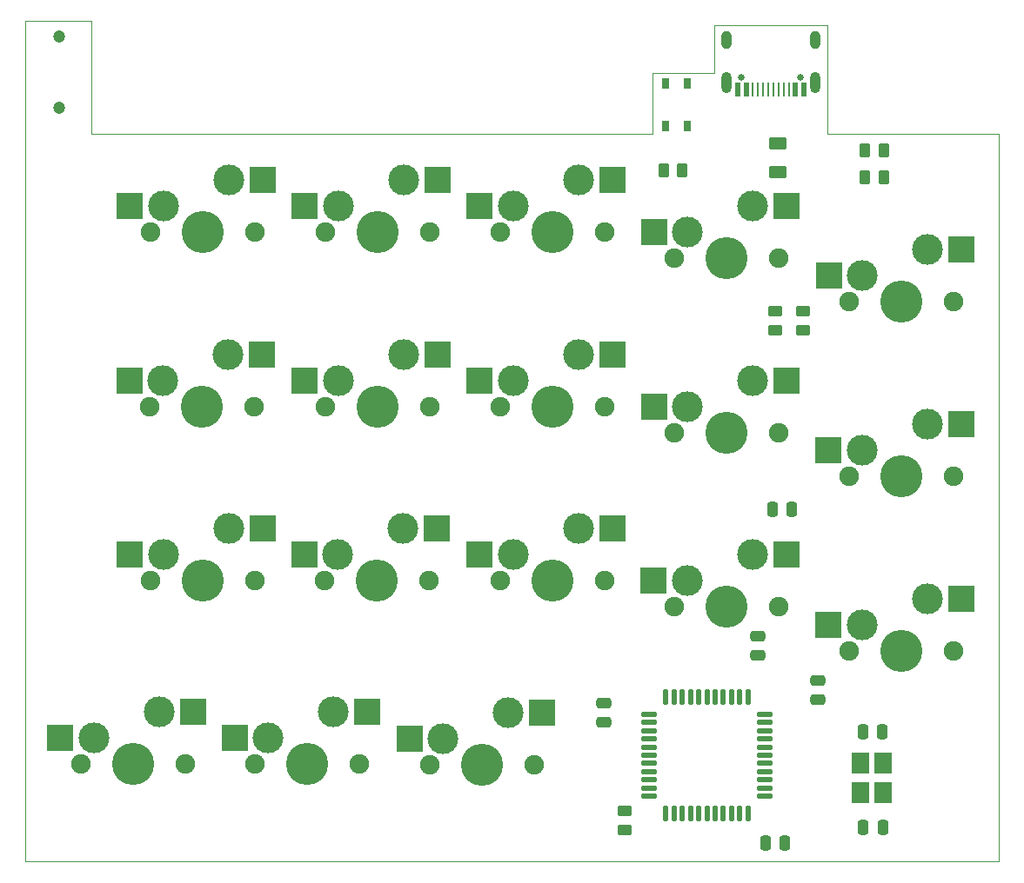
<source format=gbs>
%TF.GenerationSoftware,KiCad,Pcbnew,(6.0.9)*%
%TF.CreationDate,2023-01-09T12:39:33+09:00*%
%TF.ProjectId,split-mini__right,73706c69-742d-46d6-996e-695f5f726967,rev?*%
%TF.SameCoordinates,Original*%
%TF.FileFunction,Soldermask,Bot*%
%TF.FilePolarity,Negative*%
%FSLAX46Y46*%
G04 Gerber Fmt 4.6, Leading zero omitted, Abs format (unit mm)*
G04 Created by KiCad (PCBNEW (6.0.9)) date 2023-01-09 12:39:33*
%MOMM*%
%LPD*%
G01*
G04 APERTURE LIST*
G04 Aperture macros list*
%AMRoundRect*
0 Rectangle with rounded corners*
0 $1 Rounding radius*
0 $2 $3 $4 $5 $6 $7 $8 $9 X,Y pos of 4 corners*
0 Add a 4 corners polygon primitive as box body*
4,1,4,$2,$3,$4,$5,$6,$7,$8,$9,$2,$3,0*
0 Add four circle primitives for the rounded corners*
1,1,$1+$1,$2,$3*
1,1,$1+$1,$4,$5*
1,1,$1+$1,$6,$7*
1,1,$1+$1,$8,$9*
0 Add four rect primitives between the rounded corners*
20,1,$1+$1,$2,$3,$4,$5,0*
20,1,$1+$1,$4,$5,$6,$7,0*
20,1,$1+$1,$6,$7,$8,$9,0*
20,1,$1+$1,$8,$9,$2,$3,0*%
G04 Aperture macros list end*
%TA.AperFunction,Profile*%
%ADD10C,0.100000*%
%TD*%
%ADD11C,1.900000*%
%ADD12C,3.000000*%
%ADD13C,4.100000*%
%ADD14R,2.550000X2.500000*%
%ADD15C,0.650000*%
%ADD16R,0.580000X1.400000*%
%ADD17R,0.280000X1.400000*%
%ADD18O,1.000000X1.800000*%
%ADD19O,1.000000X2.100000*%
%ADD20RoundRect,0.137500X-0.137500X0.600000X-0.137500X-0.600000X0.137500X-0.600000X0.137500X0.600000X0*%
%ADD21RoundRect,0.137500X-0.600000X0.137500X-0.600000X-0.137500X0.600000X-0.137500X0.600000X0.137500X0*%
%ADD22RoundRect,0.250000X-0.625000X0.375000X-0.625000X-0.375000X0.625000X-0.375000X0.625000X0.375000X0*%
%ADD23RoundRect,0.250000X0.450000X-0.262500X0.450000X0.262500X-0.450000X0.262500X-0.450000X-0.262500X0*%
%ADD24RoundRect,0.250000X-0.262500X-0.450000X0.262500X-0.450000X0.262500X0.450000X-0.262500X0.450000X0*%
%ADD25RoundRect,0.250000X-0.475000X0.250000X-0.475000X-0.250000X0.475000X-0.250000X0.475000X0.250000X0*%
%ADD26C,1.200000*%
%ADD27RoundRect,0.250000X0.250000X0.475000X-0.250000X0.475000X-0.250000X-0.475000X0.250000X-0.475000X0*%
%ADD28R,0.650000X1.050000*%
%ADD29R,1.800000X2.100000*%
%ADD30RoundRect,0.250000X-0.250000X-0.475000X0.250000X-0.475000X0.250000X0.475000X-0.250000X0.475000X0*%
%ADD31RoundRect,0.250000X0.262500X0.450000X-0.262500X0.450000X-0.262500X-0.450000X0.262500X-0.450000X0*%
%ADD32RoundRect,0.250000X-0.450000X0.262500X-0.450000X-0.262500X0.450000X-0.262500X0.450000X0.262500X0*%
G04 APERTURE END LIST*
D10*
X90236197Y-19693424D02*
X101236197Y-19693424D01*
X117950000Y-101175000D02*
X23150000Y-101175000D01*
X117950000Y-30325000D02*
X117950000Y-101175000D01*
X23150000Y-101175000D02*
X23150000Y-19325000D01*
X29650000Y-30325000D02*
X84236197Y-30325000D01*
X29650000Y-19325000D02*
X29650000Y-30325000D01*
X84236197Y-30325000D02*
X84236197Y-24325000D01*
X101236197Y-19693424D02*
X101236197Y-30325000D01*
X84236197Y-24325000D02*
X90236197Y-24325000D01*
X90236197Y-24325000D02*
X90236197Y-19693424D01*
X101236197Y-30325000D02*
X117950000Y-30325000D01*
X23150000Y-19325000D02*
X29650000Y-19325000D01*
D11*
%TO.C,SW13*%
X79530000Y-73850000D03*
X69370000Y-73850000D03*
D12*
X70640000Y-71310000D03*
X76990000Y-68770000D03*
D13*
X74450000Y-73850000D03*
D14*
X67365000Y-71310000D03*
X80292000Y-68770000D03*
%TD*%
D11*
%TO.C,SW15*%
X113530000Y-80650000D03*
D13*
X108450000Y-80650000D03*
D12*
X104640000Y-78110000D03*
D11*
X103370000Y-80650000D03*
D12*
X110990000Y-75570000D03*
D14*
X101365000Y-78110000D03*
X114292000Y-75570000D03*
%TD*%
D11*
%TO.C,SW7*%
X52355000Y-56855000D03*
X62515000Y-56855000D03*
D12*
X59975000Y-51775000D03*
D13*
X57435000Y-56855000D03*
D12*
X53625000Y-54315000D03*
D14*
X50350000Y-54315000D03*
X63277000Y-51775000D03*
%TD*%
D11*
%TO.C,SW3*%
X69370000Y-39825000D03*
D12*
X70640000Y-37285000D03*
D13*
X74450000Y-39825000D03*
D12*
X76990000Y-34745000D03*
D11*
X79530000Y-39825000D03*
D14*
X67365000Y-37285000D03*
X80292000Y-34745000D03*
%TD*%
D12*
%TO.C,SW6*%
X42940000Y-51770000D03*
D11*
X35320000Y-56850000D03*
D13*
X40400000Y-56850000D03*
D11*
X45480000Y-56850000D03*
D12*
X36590000Y-54310000D03*
D14*
X33315000Y-54310000D03*
X46242000Y-51770000D03*
%TD*%
D12*
%TO.C,SW17*%
X53190000Y-86620000D03*
D11*
X45570000Y-91700000D03*
D13*
X50650000Y-91700000D03*
D12*
X46840000Y-89160000D03*
D11*
X55730000Y-91700000D03*
D14*
X43565000Y-89160000D03*
X56492000Y-86620000D03*
%TD*%
D12*
%TO.C,SW14*%
X93975000Y-71310000D03*
X87625000Y-73850000D03*
D13*
X91435000Y-76390000D03*
D11*
X96515000Y-76390000D03*
X86355000Y-76390000D03*
D14*
X84350000Y-73850000D03*
X97277000Y-71310000D03*
%TD*%
D12*
%TO.C,SW9*%
X87640000Y-56835000D03*
D13*
X91450000Y-59375000D03*
D12*
X93990000Y-54295000D03*
D11*
X96530000Y-59375000D03*
X86370000Y-59375000D03*
D14*
X84365000Y-56835000D03*
X97292000Y-54295000D03*
%TD*%
D12*
%TO.C,SW8*%
X70640000Y-54310000D03*
D11*
X69370000Y-56850000D03*
D13*
X74450000Y-56850000D03*
D12*
X76990000Y-51770000D03*
D11*
X79530000Y-56850000D03*
D14*
X67365000Y-54310000D03*
X80292000Y-51770000D03*
%TD*%
D11*
%TO.C,SW10*%
X113530000Y-63650000D03*
D13*
X108450000Y-63650000D03*
D11*
X103370000Y-63650000D03*
D12*
X104640000Y-61110000D03*
X110990000Y-58570000D03*
D14*
X101365000Y-61110000D03*
X114292000Y-58570000D03*
%TD*%
D13*
%TO.C,SW11*%
X40450000Y-73850000D03*
D12*
X36640000Y-71310000D03*
D11*
X45530000Y-73850000D03*
D12*
X42990000Y-68770000D03*
D11*
X35370000Y-73850000D03*
D14*
X33365000Y-71310000D03*
X46292000Y-68770000D03*
%TD*%
D11*
%TO.C,SW1*%
X35370000Y-39825000D03*
X45530000Y-39825000D03*
D12*
X36640000Y-37285000D03*
X42990000Y-34745000D03*
D13*
X40450000Y-39825000D03*
D14*
X33365000Y-37285000D03*
X46292000Y-34745000D03*
%TD*%
D12*
%TO.C,SW12*%
X53615000Y-71310000D03*
D11*
X62505000Y-73850000D03*
D12*
X59965000Y-68770000D03*
D11*
X52345000Y-73850000D03*
D13*
X57425000Y-73850000D03*
D14*
X50340000Y-71310000D03*
X63267000Y-68770000D03*
%TD*%
D11*
%TO.C,SW5*%
X113555000Y-46650000D03*
X103395000Y-46650000D03*
D12*
X111015000Y-41570000D03*
X104665000Y-44110000D03*
D13*
X108475000Y-46650000D03*
D14*
X101390000Y-44110000D03*
X114317000Y-41570000D03*
%TD*%
D11*
%TO.C,SW2*%
X52395000Y-39850000D03*
D13*
X57475000Y-39850000D03*
D12*
X60015000Y-34770000D03*
X53665000Y-37310000D03*
D11*
X62555000Y-39850000D03*
D14*
X50390000Y-37310000D03*
X63317000Y-34770000D03*
%TD*%
D11*
%TO.C,SW16*%
X28570000Y-91700000D03*
D12*
X36190000Y-86620000D03*
D11*
X38730000Y-91700000D03*
D12*
X29840000Y-89160000D03*
D13*
X33650000Y-91700000D03*
D14*
X26565000Y-89160000D03*
X39492000Y-86620000D03*
%TD*%
D13*
%TO.C,SW4*%
X91450000Y-42400000D03*
D11*
X96530000Y-42400000D03*
X86370000Y-42400000D03*
D12*
X87640000Y-39860000D03*
X93990000Y-37320000D03*
D14*
X84365000Y-39860000D03*
X97292000Y-37320000D03*
%TD*%
D11*
%TO.C,SW18*%
X62570000Y-91725000D03*
D12*
X70190000Y-86645000D03*
X63840000Y-89185000D03*
D11*
X72730000Y-91725000D03*
D13*
X67650000Y-91725000D03*
D14*
X60565000Y-89185000D03*
X73492000Y-86645000D03*
%TD*%
D15*
%TO.C,J1*%
X92860000Y-24790000D03*
X98640000Y-24790000D03*
D16*
X92550000Y-25990000D03*
X93350000Y-25990000D03*
D17*
X94500000Y-25990000D03*
X95500000Y-25990000D03*
X96000000Y-25990000D03*
X97000000Y-25990000D03*
D16*
X98150000Y-25990000D03*
X98950000Y-25990000D03*
X98950000Y-25990000D03*
X98150000Y-25990000D03*
D17*
X97500000Y-25990000D03*
X96500000Y-25990000D03*
X95000000Y-25990000D03*
X94000000Y-25990000D03*
D16*
X93350000Y-25990000D03*
X92550000Y-25990000D03*
D18*
X100070000Y-21110000D03*
D19*
X91430000Y-25290000D03*
X100070000Y-25290000D03*
D18*
X91430000Y-21110000D03*
%TD*%
D20*
%TO.C,U1*%
X85525000Y-85162500D03*
X86325000Y-85162500D03*
X87125000Y-85162500D03*
X87925000Y-85162500D03*
X88725000Y-85162500D03*
X89525000Y-85162500D03*
X90325000Y-85162500D03*
X91125000Y-85162500D03*
X91925000Y-85162500D03*
X92725000Y-85162500D03*
X93525000Y-85162500D03*
D21*
X95187500Y-86825000D03*
X95187500Y-87625000D03*
X95187500Y-88425000D03*
X95187500Y-89225000D03*
X95187500Y-90025000D03*
X95187500Y-90825000D03*
X95187500Y-91625000D03*
X95187500Y-92425000D03*
X95187500Y-93225000D03*
X95187500Y-94025000D03*
X95187500Y-94825000D03*
D20*
X93525000Y-96487500D03*
X92725000Y-96487500D03*
X91925000Y-96487500D03*
X91125000Y-96487500D03*
X90325000Y-96487500D03*
X89525000Y-96487500D03*
X88725000Y-96487500D03*
X87925000Y-96487500D03*
X87125000Y-96487500D03*
X86325000Y-96487500D03*
X85525000Y-96487500D03*
D21*
X83862500Y-94825000D03*
X83862500Y-94025000D03*
X83862500Y-93225000D03*
X83862500Y-92425000D03*
X83862500Y-91625000D03*
X83862500Y-90825000D03*
X83862500Y-90025000D03*
X83862500Y-89225000D03*
X83862500Y-88425000D03*
X83862500Y-87625000D03*
X83862500Y-86825000D03*
%TD*%
D22*
%TO.C,F1*%
X96425000Y-31200000D03*
X96425000Y-34000000D03*
%TD*%
D23*
%TO.C,R5*%
X81500000Y-98112500D03*
X81500000Y-96287500D03*
%TD*%
D24*
%TO.C,R1*%
X104912500Y-34550000D03*
X106737500Y-34550000D03*
%TD*%
D25*
%TO.C,C5*%
X100275000Y-83550000D03*
X100275000Y-85450000D03*
%TD*%
D26*
%TO.C,J2*%
X26450000Y-27775000D03*
X26450000Y-20775000D03*
%TD*%
D27*
%TO.C,C7*%
X106585000Y-88560000D03*
X104685000Y-88560000D03*
%TD*%
D24*
%TO.C,R2*%
X104892500Y-31860000D03*
X106717500Y-31860000D03*
%TD*%
D28*
%TO.C,RESET1*%
X87655000Y-29530000D03*
X87655000Y-25370000D03*
X85495000Y-29530000D03*
X85495000Y-25370000D03*
%TD*%
D29*
%TO.C,Y1*%
X104435000Y-94460000D03*
X104435000Y-91560000D03*
X106635000Y-91560000D03*
X106635000Y-94460000D03*
%TD*%
D30*
%TO.C,C4*%
X95235000Y-99375000D03*
X97135000Y-99375000D03*
%TD*%
D25*
%TO.C,C2*%
X94475000Y-79225000D03*
X94475000Y-81125000D03*
%TD*%
D31*
%TO.C,R6*%
X87137500Y-33850000D03*
X85312500Y-33850000D03*
%TD*%
D27*
%TO.C,C6*%
X106635000Y-97860000D03*
X104735000Y-97860000D03*
%TD*%
D32*
%TO.C,R4*%
X98875000Y-47575000D03*
X98875000Y-47575000D03*
X98875000Y-49400000D03*
%TD*%
%TO.C,R3*%
X96145000Y-47565000D03*
X96145000Y-49390000D03*
%TD*%
D25*
%TO.C,C3*%
X79450000Y-85750000D03*
X79450000Y-87650000D03*
%TD*%
D30*
%TO.C,C1*%
X95900000Y-66875000D03*
X97800000Y-66875000D03*
%TD*%
M02*

</source>
